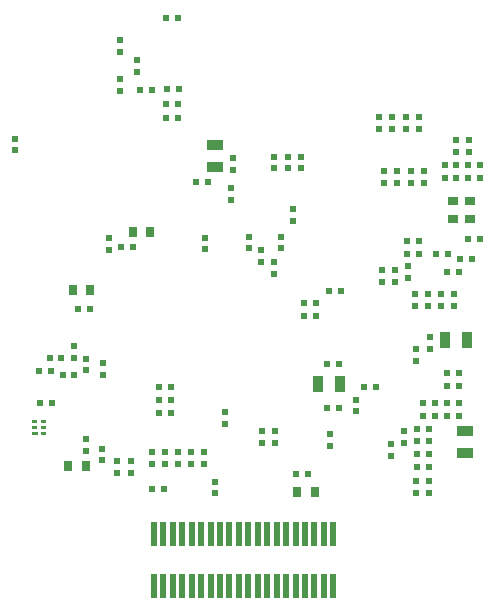
<source format=gbp>
G04*
G04 #@! TF.GenerationSoftware,Altium Limited,Altium Designer,19.1.7 (138)*
G04*
G04 Layer_Color=128*
%FSLAX44Y44*%
%MOMM*%
G71*
G01*
G75*
%ADD16R,0.6000X0.5000*%
%ADD17R,0.9500X0.8000*%
%ADD20R,1.4000X0.9500*%
%ADD21R,0.9500X1.4000*%
%ADD22R,0.5000X0.6000*%
%ADD109R,0.5000X2.0000*%
%ADD110R,0.8000X0.9500*%
%ADD111R,0.3810X0.2000*%
G36*
X-38677Y115659D02*
X-43379D01*
Y118161D01*
X-38677D01*
Y115659D01*
D02*
G37*
G36*
X-46077D02*
X-50779D01*
Y118161D01*
X-46077D01*
Y115659D01*
D02*
G37*
G36*
X-38677Y110659D02*
X-43379D01*
Y113161D01*
X-38677D01*
Y110659D01*
D02*
G37*
G36*
X-46077D02*
X-50779D01*
Y113161D01*
X-46077D01*
Y110659D01*
D02*
G37*
G36*
X-38677Y105659D02*
X-43379D01*
Y108161D01*
X-38677D01*
Y105659D01*
D02*
G37*
G36*
X-45777D02*
X-50779D01*
Y108161D01*
X-45777D01*
Y105659D01*
D02*
G37*
D16*
X24000Y440000D02*
D03*
Y430000D02*
D03*
Y407000D02*
D03*
Y397000D02*
D03*
X38000Y423000D02*
D03*
Y413000D02*
D03*
X-64770Y356536D02*
D03*
Y346536D02*
D03*
X274860Y178228D02*
D03*
Y168228D02*
D03*
X112500Y125000D02*
D03*
Y115000D02*
D03*
X51054Y91106D02*
D03*
Y81106D02*
D03*
X253532Y87710D02*
D03*
Y97710D02*
D03*
X264672Y98886D02*
D03*
Y108886D02*
D03*
X155270Y108598D02*
D03*
Y98598D02*
D03*
X144270Y108598D02*
D03*
Y98598D02*
D03*
X61956Y91106D02*
D03*
Y81106D02*
D03*
X72858Y91106D02*
D03*
Y81106D02*
D03*
X83760Y91106D02*
D03*
Y81106D02*
D03*
X94662Y91106D02*
D03*
Y81106D02*
D03*
X274000Y224500D02*
D03*
Y214500D02*
D03*
X245750Y245000D02*
D03*
Y235000D02*
D03*
X295667Y224500D02*
D03*
Y214500D02*
D03*
X306500Y224750D02*
D03*
Y214750D02*
D03*
X257000Y235000D02*
D03*
Y245000D02*
D03*
X284833Y224500D02*
D03*
Y214500D02*
D03*
X242750Y374500D02*
D03*
Y364500D02*
D03*
X277000Y374500D02*
D03*
Y364500D02*
D03*
X319750Y345000D02*
D03*
Y355000D02*
D03*
X308250Y345000D02*
D03*
Y355000D02*
D03*
X119277Y339750D02*
D03*
Y329750D02*
D03*
X118027Y304473D02*
D03*
Y314473D02*
D03*
X154250Y341250D02*
D03*
Y331250D02*
D03*
X176750Y341250D02*
D03*
Y331250D02*
D03*
X166000Y331250D02*
D03*
Y341250D02*
D03*
X285484Y66722D02*
D03*
Y56722D02*
D03*
X274574Y66722D02*
D03*
Y56722D02*
D03*
X21000Y73500D02*
D03*
Y83500D02*
D03*
X132750Y273500D02*
D03*
Y263500D02*
D03*
X143500Y261750D02*
D03*
Y251750D02*
D03*
X154500Y252250D02*
D03*
Y242250D02*
D03*
X170750Y297000D02*
D03*
Y287000D02*
D03*
X32750Y73500D02*
D03*
Y83500D02*
D03*
X286512Y188642D02*
D03*
Y178642D02*
D03*
X270000Y318750D02*
D03*
Y328750D02*
D03*
X281000Y318750D02*
D03*
Y328750D02*
D03*
X258500Y318750D02*
D03*
Y328750D02*
D03*
X247250Y318750D02*
D03*
Y328750D02*
D03*
X254167Y374500D02*
D03*
Y364500D02*
D03*
X265583Y374500D02*
D03*
Y364500D02*
D03*
X201750Y106000D02*
D03*
Y96000D02*
D03*
X-4604Y170286D02*
D03*
Y160286D02*
D03*
X-4604Y101862D02*
D03*
Y91862D02*
D03*
X-15494Y180700D02*
D03*
Y170700D02*
D03*
X223250Y135500D02*
D03*
Y125500D02*
D03*
X95734Y262648D02*
D03*
Y272648D02*
D03*
X8866Y84086D02*
D03*
Y94086D02*
D03*
X9628Y156730D02*
D03*
Y166730D02*
D03*
X14712Y272140D02*
D03*
Y262140D02*
D03*
X160500Y263500D02*
D03*
Y273500D02*
D03*
X104000Y66000D02*
D03*
Y56000D02*
D03*
X268000Y238750D02*
D03*
Y248750D02*
D03*
D17*
X320501Y288750D02*
D03*
X320499Y303750D02*
D03*
X305751Y288750D02*
D03*
X305749Y303750D02*
D03*
D20*
X316000Y90250D02*
D03*
Y108750D02*
D03*
X104000Y351000D02*
D03*
Y332500D02*
D03*
D21*
X191250Y148500D02*
D03*
X209750D02*
D03*
X317844Y186182D02*
D03*
X299344D02*
D03*
D22*
X-24816Y156154D02*
D03*
X-14816D02*
D03*
X-35706Y170366D02*
D03*
X-25706D02*
D03*
X230500Y145750D02*
D03*
X240500D02*
D03*
X-33966Y132484D02*
D03*
X-43966D02*
D03*
X179404Y217424D02*
D03*
X189404D02*
D03*
X179404Y206526D02*
D03*
X189404D02*
D03*
X67250Y124000D02*
D03*
X57250D02*
D03*
X275384Y100116D02*
D03*
X285384D02*
D03*
X275384Y78820D02*
D03*
X285384D02*
D03*
X310562Y157964D02*
D03*
X300562D02*
D03*
X310562Y147066D02*
D03*
X300562D02*
D03*
X285384Y110764D02*
D03*
X275384D02*
D03*
X285384Y89468D02*
D03*
X275384D02*
D03*
X290750Y121500D02*
D03*
X280750D02*
D03*
X290750Y132250D02*
D03*
X280750D02*
D03*
X277250Y270000D02*
D03*
X267250D02*
D03*
X277250Y259000D02*
D03*
X267250D02*
D03*
X291750Y258500D02*
D03*
X301750D02*
D03*
X300750Y243250D02*
D03*
X310750D02*
D03*
X74000Y398250D02*
D03*
X64000D02*
D03*
X41000Y398000D02*
D03*
X51000D02*
D03*
X62790Y373980D02*
D03*
X72790D02*
D03*
X62790Y386020D02*
D03*
X72790D02*
D03*
X73000Y458250D02*
D03*
X63000D02*
D03*
X57250Y135000D02*
D03*
X67250D02*
D03*
X57250Y146000D02*
D03*
X67250D02*
D03*
X310500Y121500D02*
D03*
X300500D02*
D03*
X310500Y132250D02*
D03*
X300500D02*
D03*
X328500Y271500D02*
D03*
X318500D02*
D03*
X318500Y334250D02*
D03*
X328500D02*
D03*
X308750D02*
D03*
X298750D02*
D03*
X183284Y72830D02*
D03*
X173284D02*
D03*
X198938Y128202D02*
D03*
X208938D02*
D03*
X200750Y227750D02*
D03*
X210750D02*
D03*
X208938Y165540D02*
D03*
X198938D02*
D03*
X35000Y265000D02*
D03*
X25000D02*
D03*
X61250Y60000D02*
D03*
X51250D02*
D03*
X-1853Y211987D02*
D03*
X-11853D02*
D03*
X-34354Y159766D02*
D03*
X-44354D02*
D03*
X321500Y254250D02*
D03*
X311500D02*
D03*
X318500Y323000D02*
D03*
X328500D02*
D03*
X308750D02*
D03*
X298750D02*
D03*
X98250Y319750D02*
D03*
X88250D02*
D03*
D109*
X196493Y22002D02*
D03*
X204494D02*
D03*
X196493Y-21998D02*
D03*
X204494D02*
D03*
X180494Y22002D02*
D03*
Y-21998D02*
D03*
X156494Y22002D02*
D03*
X164494D02*
D03*
X156494Y-21998D02*
D03*
X164494D02*
D03*
X132493Y22002D02*
D03*
X140493D02*
D03*
X132493Y-21998D02*
D03*
X140493D02*
D03*
X116494Y22002D02*
D03*
X124494D02*
D03*
X116494Y-21998D02*
D03*
X124494D02*
D03*
X92493Y22002D02*
D03*
X100493D02*
D03*
X92493Y-21998D02*
D03*
X100493D02*
D03*
X76494Y22002D02*
D03*
Y-21998D02*
D03*
X52494Y22002D02*
D03*
X60493D02*
D03*
X52494Y-21998D02*
D03*
X60493D02*
D03*
X148493Y22002D02*
D03*
X172493D02*
D03*
X188493D02*
D03*
X148493Y-21998D02*
D03*
X172493D02*
D03*
X188493D02*
D03*
X68493Y22002D02*
D03*
X84494D02*
D03*
X108493D02*
D03*
X68493Y-21998D02*
D03*
X84494D02*
D03*
X108493D02*
D03*
D110*
X174000Y57499D02*
D03*
X189000Y57501D02*
D03*
X49500Y277501D02*
D03*
X34500Y277499D02*
D03*
X-5000Y79501D02*
D03*
X-20000Y79499D02*
D03*
X-16250Y228499D02*
D03*
X-1250Y228501D02*
D03*
D111*
X-41728Y106910D02*
D03*
Y111910D02*
D03*
Y116910D02*
D03*
X-47728D02*
D03*
Y111910D02*
D03*
Y106910D02*
D03*
M02*

</source>
